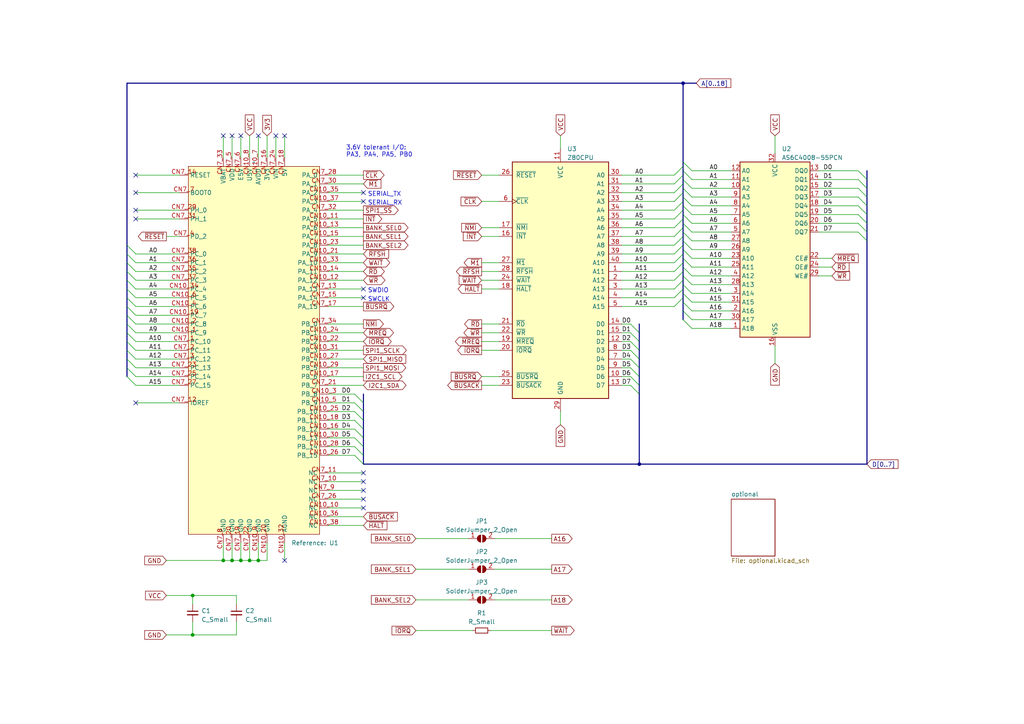
<source format=kicad_sch>
(kicad_sch (version 20230121) (generator eeschema)
  (paper "A4")
  (lib_symbols
    (symbol "CPU:Z80CPU" (pin_names (offset 1.016))
      (property "Reference" "U" (at -13.97 35.56 0))
      (property "Value" "Z80CPU" (at 6.35 35.56 0))
      (symbol "Z80CPU_0_1"
        (rectangle (start -13.97 34.29) (end 13.97 -34.29) (stroke (width 0.254)) (fill (type background)))
      )
      (symbol "Z80CPU_1_1"
        (pin output line (at 17.78 2.54 180) (length 3.81) (name "A11") (number "1"))
        (pin bidirectional line (at 17.78 -27.94 180) (length 3.81) (name "D6") (number "10"))
        (pin power_in line (at 0 38.1 270) (length 3.81) (name "VCC") (number "11"))
        (pin bidirectional line (at 17.78 -17.78 180) (length 3.81) (name "D2") (number "12"))
        (pin bidirectional line (at 17.78 -30.48 180) (length 3.81) (name "D7") (number "13"))
        (pin bidirectional line (at 17.78 -12.7 180) (length 3.81) (name "D0") (number "14"))
        (pin bidirectional line (at 17.78 -15.24 180) (length 3.81) (name "D1") (number "15"))
        (pin input line (at -17.78 12.7 0) (length 3.81) (name "~{INT}") (number "16"))
        (pin input line (at -17.78 15.24 0) (length 3.81) (name "~{NMI}") (number "17"))
        (pin output line (at -17.78 -2.54 0) (length 3.81) (name "~{HALT}") (number "18"))
        (pin output line (at -17.78 -17.78 0) (length 3.81) (name "~{MREQ}") (number "19"))
        (pin output line (at 17.78 0 180) (length 3.81) (name "A12") (number "2"))
        (pin output line (at -17.78 -20.32 0) (length 3.81) (name "~{IORQ}") (number "20"))
        (pin output line (at -17.78 -12.7 0) (length 3.81) (name "~{RD}") (number "21"))
        (pin output line (at -17.78 -15.24 0) (length 3.81) (name "~{WR}") (number "22"))
        (pin output line (at -17.78 -30.48 0) (length 3.81) (name "~{BUSACK}") (number "23"))
        (pin input line (at -17.78 0 0) (length 3.81) (name "~{WAIT}") (number "24"))
        (pin input line (at -17.78 -27.94 0) (length 3.81) (name "~{BUSRQ}") (number "25"))
        (pin input line (at -17.78 30.48 0) (length 3.81) (name "~{RESET}") (number "26"))
        (pin output line (at -17.78 5.08 0) (length 3.81) (name "~{M1}") (number "27"))
        (pin output line (at -17.78 2.54 0) (length 3.81) (name "~{RFSH}") (number "28"))
        (pin power_in line (at 0 -38.1 90) (length 3.81) (name "GND") (number "29"))
        (pin output line (at 17.78 -2.54 180) (length 3.81) (name "A13") (number "3"))
        (pin output line (at 17.78 30.48 180) (length 3.81) (name "A0") (number "30"))
        (pin output line (at 17.78 27.94 180) (length 3.81) (name "A1") (number "31"))
        (pin output line (at 17.78 25.4 180) (length 3.81) (name "A2") (number "32"))
        (pin output line (at 17.78 22.86 180) (length 3.81) (name "A3") (number "33"))
        (pin output line (at 17.78 20.32 180) (length 3.81) (name "A4") (number "34"))
        (pin output line (at 17.78 17.78 180) (length 3.81) (name "A5") (number "35"))
        (pin output line (at 17.78 15.24 180) (length 3.81) (name "A6") (number "36"))
        (pin output line (at 17.78 12.7 180) (length 3.81) (name "A7") (number "37"))
        (pin output line (at 17.78 10.16 180) (length 3.81) (name "A8") (number "38"))
        (pin output line (at 17.78 7.62 180) (length 3.81) (name "A9") (number "39"))
        (pin output line (at 17.78 -5.08 180) (length 3.81) (name "A14") (number "4"))
        (pin output line (at 17.78 5.08 180) (length 3.81) (name "A10") (number "40"))
        (pin output line (at 17.78 -7.62 180) (length 3.81) (name "A15") (number "5"))
        (pin input clock (at -17.78 22.86 0) (length 3.81) (name "~{CLK}") (number "6"))
        (pin bidirectional line (at 17.78 -22.86 180) (length 3.81) (name "D4") (number "7"))
        (pin bidirectional line (at 17.78 -20.32 180) (length 3.81) (name "D3") (number "8"))
        (pin bidirectional line (at 17.78 -25.4 180) (length 3.81) (name "D5") (number "9"))
      )
    )
    (symbol "Device:C_Small" (pin_numbers hide) (pin_names (offset 0.254) hide)
      (property "Reference" "C" (at 0.254 1.778 0))
      (property "Value" "C_Small" (at 0.254 -2.032 0))
      (symbol "C_Small_0_1"
        (polyline (pts (xy -1.524 -0.508) (xy 1.524 -0.508)) (stroke (width 0.3302)))
        (polyline (pts (xy -1.524 0.508) (xy 1.524 0.508)) (stroke (width 0.3048)))
      )
      (symbol "C_Small_1_1"
        (pin passive line (at 0 2.54 270) (length 2.032) (name "~") (number "1"))
        (pin passive line (at 0 -2.54 90) (length 2.032) (name "~") (number "2"))
      )
    )
    (symbol "Device:R_Small" (pin_numbers hide) (pin_names (offset 0.254) hide)
      (property "Reference" "R" (at 0.762 0.508 0))
      (property "Value" "R_Small" (at 0.762 -1.016 0))
      (symbol "R_Small_0_1"
        (rectangle (start -0.762 1.778) (end 0.762 -1.778) (stroke (width 0.2032)))
      )
      (symbol "R_Small_1_1"
        (pin passive line (at 0 2.54 270) (length 0.762) (name "~") (number "1"))
        (pin passive line (at 0 -2.54 90) (length 0.762) (name "~") (number "2"))
      )
    )
    (symbol "Jumper:SolderJumper_2_Open" (pin_names (offset 0) hide)
      (property "Reference" "JP" (at 0 2.032 0))
      (property "Value" "SolderJumper_2_Open" (at 0 -2.54 0))
      (symbol "SolderJumper_2_Open_0_1"
        (arc (start -0.254 1.016) (mid -1.2656 0) (end -0.254 -1.016))
        (arc (start -0.254 1.016) (mid -1.2656 0) (end -0.254 -1.016) (fill (type outline)))
        (polyline (pts (xy -0.254 1.016) (xy -0.254 -1.016)))
        (polyline (pts (xy 0.254 1.016) (xy 0.254 -1.016)))
        (arc (start 0.254 -1.016) (mid 1.2656 0) (end 0.254 1.016))
        (arc (start 0.254 -1.016) (mid 1.2656 0) (end 0.254 1.016) (fill (type outline)))
      )
      (symbol "SolderJumper_2_Open_1_1"
        (pin passive line (at -3.81 0 0) (length 2.54) (name "A") (number "1"))
        (pin passive line (at 3.81 0 180) (length 2.54) (name "B") (number "2"))
      )
    )
    (symbol "Memory_RAM:AS6C4008-55PCN"
      (property "Reference" "U" (at -10.16 26.035 0))
      (property "Value" "AS6C4008-55PCN" (at 2.54 26.035 0))
      (symbol "AS6C4008-55PCN_0_0"
        (pin power_in line (at 0 -27.94 90) (length 2.54) (name "VSS") (number "16"))
        (pin power_in line (at 0 27.94 270) (length 2.54) (name "VCC") (number "32"))
      )
      (symbol "AS6C4008-55PCN_0_1"
        (rectangle (start -10.16 25.4) (end 10.16 -25.4) (stroke (width 0.254)) (fill (type background)))
      )
      (symbol "AS6C4008-55PCN_1_1"
        (pin input line (at -12.7 -22.86 0) (length 2.54) (name "A18") (number "1"))
        (pin input line (at -12.7 17.78 0) (length 2.54) (name "A2") (number "10"))
        (pin input line (at -12.7 20.32 0) (length 2.54) (name "A1") (number "11"))
        (pin input line (at -12.7 22.86 0) (length 2.54) (name "A0") (number "12"))
        (pin tri_state line (at 12.7 22.86 180) (length 2.54) (name "DQ0") (number "13"))
        (pin tri_state line (at 12.7 20.32 180) (length 2.54) (name "DQ1") (number "14"))
        (pin tri_state line (at 12.7 17.78 180) (length 2.54) (name "DQ2") (number "15"))
        (pin tri_state line (at 12.7 15.24 180) (length 2.54) (name "DQ3") (number "17"))
        (pin tri_state line (at 12.7 12.7 180) (length 2.54) (name "DQ4") (number "18"))
        (pin tri_state line (at 12.7 10.16 180) (length 2.54) (name "DQ5") (number "19"))
        (pin input line (at -12.7 -17.78 0) (length 2.54) (name "A16") (number "2"))
        (pin tri_state line (at 12.7 7.62 180) (length 2.54) (name "DQ6") (number "20"))
        (pin tri_state line (at 12.7 5.08 180) (length 2.54) (name "DQ7") (number "21"))
        (pin input line (at 12.7 -2.54 180) (length 2.54) (name "CE#") (number "22"))
        (pin input line (at -12.7 -2.54 0) (length 2.54) (name "A10") (number "23"))
        (pin input line (at 12.7 -5.08 180) (length 2.54) (name "OE#") (number "24"))
        (pin input line (at -12.7 -5.08 0) (length 2.54) (name "A11") (number "25"))
        (pin input line (at -12.7 0 0) (length 2.54) (name "A9") (number "26"))
        (pin input line (at -12.7 2.54 0) (length 2.54) (name "A8") (number "27"))
        (pin input line (at -12.7 -10.16 0) (length 2.54) (name "A13") (number "28"))
        (pin input line (at 12.7 -7.62 180) (length 2.54) (name "WE#") (number "29"))
        (pin input line (at -12.7 -12.7 0) (length 2.54) (name "A14") (number "3"))
        (pin input line (at -12.7 -20.32 0) (length 2.54) (name "A17") (number "30"))
        (pin input line (at -12.7 -15.24 0) (length 2.54) (name "A15") (number "31"))
        (pin input line (at -12.7 -7.62 0) (length 2.54) (name "A12") (number "4"))
        (pin input line (at -12.7 5.08 0) (length 2.54) (name "A7") (number "5"))
        (pin input line (at -12.7 7.62 0) (length 2.54) (name "A6") (number "6"))
        (pin input line (at -12.7 10.16 0) (length 2.54) (name "A5") (number "7"))
        (pin input line (at -12.7 12.7 0) (length 2.54) (name "A4") (number "8"))
        (pin input line (at -12.7 15.24 0) (length 2.54) (name "A3") (number "9"))
      )
    )
    (symbol "mylib:NUCLEO-L476RG"
      (property "Reference" "U" (at 11.43 -110.49 0) (show_name))
      (symbol "NUCLEO-L476RG_0_1"
        (rectangle (start -19.05 -1.27) (end 19.05 -107.95) (fill (type background)))
      )
      (symbol "NUCLEO-L476RG_1_0"
        (pin passive line (at 21.59 -100.33 180) (length 2.54) (name "NC") (number "CN10_10"))
        (pin bidirectional line (at 21.59 -16.51 180) (length 2.54) (name "PA_5") (number "CN10_11"))
        (pin bidirectional line (at 21.59 -34.29 180) (length 2.54) (name "PA_12") (number "CN10_12"))
        (pin bidirectional line (at 21.59 -19.05 180) (length 2.54) (name "PA_6") (number "CN10_13"))
        (pin bidirectional line (at 21.59 -31.75 180) (length 2.54) (name "PA_11") (number "CN10_14"))
        (pin bidirectional line (at 21.59 -21.59 180) (length 2.54) (name "PA_7") (number "CN10_15"))
        (pin bidirectional line (at 21.59 -77.47 180) (length 2.54) (name "PB_12") (number "CN10_16"))
        (pin bidirectional line (at 21.59 -62.23 180) (length 2.54) (name "PB_6") (number "CN10_17"))
        (pin bidirectional line (at 21.59 -74.93 180) (length 2.54) (name "PB_11") (number "CN10_18"))
        (pin bidirectional line (at -21.59 -44.45 0) (length 2.54) (name "PC_7") (number "CN10_19"))
        (pin passive line (at 3.81 -110.49 90) (length 2.54) (name "GND") (number "CN10_20"))
        (pin bidirectional line (at 21.59 -26.67 180) (length 2.54) (name "PA_9") (number "CN10_21"))
        (pin bidirectional line (at 21.59 -52.07 180) (length 2.54) (name "PB_2") (number "CN10_22"))
        (pin bidirectional line (at 21.59 -24.13 180) (length 2.54) (name "PA_8") (number "CN10_23"))
        (pin bidirectional line (at 21.59 -49.53 180) (length 2.54) (name "PB_1") (number "CN10_24"))
        (pin bidirectional line (at 21.59 -72.39 180) (length 2.54) (name "PB_10") (number "CN10_25"))
        (pin bidirectional line (at 21.59 -85.09 180) (length 2.54) (name "PB_15") (number "CN10_26"))
        (pin bidirectional line (at 21.59 -57.15 180) (length 2.54) (name "PB_4") (number "CN10_27"))
        (pin bidirectional line (at 21.59 -82.55 180) (length 2.54) (name "PB_14") (number "CN10_28"))
        (pin bidirectional line (at 21.59 -59.69 180) (length 2.54) (name "PB_5") (number "CN10_29"))
        (pin bidirectional line (at 21.59 -80.01 180) (length 2.54) (name "PB_13") (number "CN10_30"))
        (pin bidirectional line (at 21.59 -54.61 180) (length 2.54) (name "PB_3") (number "CN10_31"))
        (pin power_out line (at 8.89 -110.49 90) (length 2.54) (name "AGND") (number "CN10_32"))
        (pin bidirectional line (at 21.59 -29.21 180) (length 2.54) (name "PA_10") (number "CN10_33"))
        (pin bidirectional line (at -21.59 -36.83 0) (length 2.54) (name "PC_4") (number "CN10_34"))
        (pin bidirectional line (at 21.59 -8.89 180) (length 2.54) (name "PA_2") (number "CN10_35"))
        (pin passive line (at 21.59 -102.87 180) (length 2.54) (name "NC") (number "CN10_36"))
        (pin bidirectional line (at 21.59 -11.43 180) (length 2.54) (name "PA_3") (number "CN10_37"))
        (pin passive line (at 21.59 -105.41 180) (length 2.54) (name "NC") (number "CN10_38"))
        (pin bidirectional line (at -21.59 -41.91 0) (length 2.54) (name "PC_6") (number "CN10_4"))
        (pin bidirectional line (at 21.59 -69.85 180) (length 2.54) (name "PB_9") (number "CN10_5"))
        (pin bidirectional line (at -21.59 -39.37 0) (length 2.54) (name "PC_5") (number "CN10_6"))
        (pin power_out line (at 1.27 1.27 270) (length 2.54) (name "AVDD") (number "CN10_7"))
        (pin power_out line (at -1.27 1.27 270) (length 2.54) (name "U5V") (number "CN10_8"))
        (pin passive line (at 1.27 -110.49 90) (length 2.54) (name "GND") (number "CN10_9"))
      )
      (symbol "NUCLEO-L476RG_1_1"
        (pin bidirectional line (at -21.59 -49.53 0) (length 2.54) (name "PC_9") (number "CN10_1"))
        (pin bidirectional line (at -21.59 -46.99 0) (length 2.54) (name "PC_8") (number "CN10_2"))
        (pin bidirectional line (at 21.59 -67.31 180) (length 2.54) (name "PB_8") (number "CN10_3"))
        (pin bidirectional line (at -21.59 -52.07 0) (length 2.54) (name "PC_10") (number "CN7_1"))
        (pin passive line (at 21.59 -92.71 180) (length 2.54) (name "NC") (number "CN7_10"))
        (pin passive line (at 21.59 -90.17 180) (length 2.54) (name "NC") (number "CN7_11"))
        (pin bidirectional line (at -21.59 -69.85 0) (length 2.54) (name "IOREF") (number "CN7_12"))
        (pin bidirectional line (at 21.59 -36.83 180) (length 2.54) (name "PA_13") (number "CN7_13"))
        (pin bidirectional line (at -21.59 -3.81 0) (length 2.54) (name "RESET") (number "CN7_14"))
        (pin bidirectional line (at 21.59 -39.37 180) (length 2.54) (name "PA_14") (number "CN7_15"))
        (pin power_out line (at 3.81 1.27 270) (length 2.54) (name "3V3") (number "CN7_16"))
        (pin bidirectional line (at 21.59 -41.91 180) (length 2.54) (name "PA_15") (number "CN7_17"))
        (pin power_out line (at 8.89 1.27 270) (length 2.54) (name "5V") (number "CN7_18"))
        (pin passive line (at -3.81 -110.49 90) (length 2.54) (name "GND") (number "CN7_19"))
        (pin bidirectional line (at -21.59 -54.61 0) (length 2.54) (name "PC_11") (number "CN7_2"))
        (pin passive line (at -6.35 -110.49 90) (length 2.54) (name "GND") (number "CN7_20"))
        (pin bidirectional line (at 21.59 -64.77 180) (length 2.54) (name "PB_7") (number "CN7_21"))
        (pin passive line (at -1.27 -110.49 90) (length 2.54) (name "GND") (number "CN7_22"))
        (pin bidirectional line (at -21.59 -59.69 0) (length 2.54) (name "PC_13") (number "CN7_23"))
        (pin power_out line (at 6.35 1.27 270) (length 2.54) (name "VIN") (number "CN7_24"))
        (pin bidirectional line (at -21.59 -62.23 0) (length 2.54) (name "PC_14") (number "CN7_25"))
        (pin passive line (at 21.59 -97.79 180) (length 2.54) (name "NC") (number "CN7_26"))
        (pin bidirectional line (at -21.59 -64.77 0) (length 2.54) (name "PC_15") (number "CN7_27"))
        (pin bidirectional line (at 21.59 -3.81 180) (length 2.54) (name "PA_0") (number "CN7_28"))
        (pin bidirectional line (at -21.59 -13.97 0) (length 2.54) (name "PH_0") (number "CN7_29"))
        (pin bidirectional line (at -21.59 -57.15 0) (length 2.54) (name "PC_12") (number "CN7_3"))
        (pin bidirectional line (at 21.59 -6.35 180) (length 2.54) (name "PA_1") (number "CN7_30"))
        (pin bidirectional line (at -21.59 -16.51 0) (length 2.54) (name "PH_1") (number "CN7_31"))
        (pin bidirectional line (at 21.59 -13.97 180) (length 2.54) (name "PA_4") (number "CN7_32"))
        (pin power_out line (at -8.89 1.27 270) (length 2.54) (name "VBAT") (number "CN7_33"))
        (pin bidirectional line (at 21.59 -46.99 180) (length 2.54) (name "PB_0") (number "CN7_34"))
        (pin bidirectional line (at -21.59 -31.75 0) (length 2.54) (name "PC_2") (number "CN7_35"))
        (pin bidirectional line (at -21.59 -29.21 0) (length 2.54) (name "PC_1") (number "CN7_36"))
        (pin bidirectional line (at -21.59 -34.29 0) (length 2.54) (name "PC_3") (number "CN7_37"))
        (pin bidirectional line (at -21.59 -26.67 0) (length 2.54) (name "PC_0") (number "CN7_38"))
        (pin bidirectional line (at -21.59 -21.59 0) (length 2.54) (name "PD_2") (number "CN7_4"))
        (pin power_out line (at -6.35 1.27 270) (length 2.54) (name "VDD") (number "CN7_5"))
        (pin power_out line (at -3.81 1.27 270) (length 2.54) (name "E5V") (number "CN7_6"))
        (pin bidirectional line (at -21.59 -8.89 0) (length 2.54) (name "BOOT0") (number "CN7_7"))
        (pin power_out line (at -8.89 -110.49 90) (length 2.54) (name "GND") (number "CN7_8"))
        (pin passive line (at 21.59 -95.25 180) (length 2.54) (name "NC") (number "CN7_9"))
      )
    )
  )
  (junction (at 69.85 162.56))
  (junction (at 55.88 172.72))
  (junction (at 185.42 134.62))
  (junction (at 74.93 162.56))
  (junction (at 198.12 24.13))
  (junction (at 55.88 184.15))
  (junction (at 72.39 162.56))
  (junction (at 64.77 162.56))
  (junction (at 67.31 162.56))
  (no_connect (at 105.41 83.82))
  (no_connect (at 39.37 116.84))
  (no_connect (at 39.37 50.8))
  (no_connect (at 82.55 39.37))
  (no_connect (at 39.37 60.96))
  (no_connect (at 105.41 147.32))
  (no_connect (at 67.31 39.37))
  (no_connect (at 64.77 39.37))
  (no_connect (at 105.41 144.78))
  (no_connect (at 74.93 39.37))
  (no_connect (at 39.37 63.5))
  (no_connect (at 105.41 55.88))
  (no_connect (at 39.37 55.88))
  (no_connect (at 105.41 137.16))
  (no_connect (at 69.85 39.37))
  (no_connect (at 105.41 86.36))
  (no_connect (at 105.41 139.7))
  (no_connect (at 80.01 39.37))
  (no_connect (at 105.41 58.42))
  (no_connect (at 82.55 162.56))
  (no_connect (at 105.41 142.24))
  (bus_entry (at 105.41 119.38) (size -2.54 -2.54))
  (bus_entry (at 36.83 88.9) (size 2.54 2.54))
  (bus_entry (at 36.83 83.82) (size 2.54 2.54))
  (bus_entry (at 248.92 54.61) (size 2.54 2.54))
  (bus_entry (at 198.12 87.63) (size 2.54 2.54))
  (bus_entry (at 195.58 71.12) (size 2.54 -2.54))
  (bus_entry (at 105.41 124.46) (size -2.54 -2.54))
  (bus_entry (at 198.12 82.55) (size 2.54 2.54))
  (bus_entry (at 105.41 121.92) (size -2.54 -2.54))
  (bus_entry (at 248.92 62.23) (size 2.54 2.54))
  (bus_entry (at 248.92 57.15) (size 2.54 2.54))
  (bus_entry (at 105.41 134.62) (size -2.54 -2.54))
  (bus_entry (at 198.12 52.07) (size 2.54 2.54))
  (bus_entry (at 195.58 76.2) (size 2.54 -2.54))
  (bus_entry (at 195.58 66.04) (size 2.54 -2.54))
  (bus_entry (at 195.58 68.58) (size 2.54 -2.54))
  (bus_entry (at 248.92 64.77) (size 2.54 2.54))
  (bus_entry (at 182.88 101.6) (size 2.54 2.54))
  (bus_entry (at 105.41 129.54) (size -2.54 -2.54))
  (bus_entry (at 198.12 57.15) (size 2.54 2.54))
  (bus_entry (at 198.12 49.53) (size 2.54 2.54))
  (bus_entry (at 182.88 96.52) (size 2.54 2.54))
  (bus_entry (at 36.83 86.36) (size 2.54 2.54))
  (bus_entry (at 36.83 76.2) (size 2.54 2.54))
  (bus_entry (at 198.12 46.99) (size 2.54 2.54))
  (bus_entry (at 182.88 99.06) (size 2.54 2.54))
  (bus_entry (at 248.92 49.53) (size 2.54 2.54))
  (bus_entry (at 182.88 104.14) (size 2.54 2.54))
  (bus_entry (at 182.88 93.98) (size 2.54 2.54))
  (bus_entry (at 198.12 92.71) (size 2.54 2.54))
  (bus_entry (at 195.58 86.36) (size 2.54 -2.54))
  (bus_entry (at 198.12 74.93) (size 2.54 2.54))
  (bus_entry (at 198.12 69.85) (size 2.54 2.54))
  (bus_entry (at 195.58 50.8) (size 2.54 -2.54))
  (bus_entry (at 182.88 106.68) (size 2.54 2.54))
  (bus_entry (at 36.83 109.22) (size 2.54 2.54))
  (bus_entry (at 198.12 72.39) (size 2.54 2.54))
  (bus_entry (at 105.41 127) (size -2.54 -2.54))
  (bus_entry (at 198.12 85.09) (size 2.54 2.54))
  (bus_entry (at 36.83 99.06) (size 2.54 2.54))
  (bus_entry (at 198.12 64.77) (size 2.54 2.54))
  (bus_entry (at 36.83 73.66) (size 2.54 2.54))
  (bus_entry (at 36.83 106.68) (size 2.54 2.54))
  (bus_entry (at 36.83 71.12) (size 2.54 2.54))
  (bus_entry (at 182.88 109.22) (size 2.54 2.54))
  (bus_entry (at 198.12 67.31) (size 2.54 2.54))
  (bus_entry (at 195.58 53.34) (size 2.54 -2.54))
  (bus_entry (at 36.83 96.52) (size 2.54 2.54))
  (bus_entry (at 198.12 77.47) (size 2.54 2.54))
  (bus_entry (at 198.12 80.01) (size 2.54 2.54))
  (bus_entry (at 198.12 62.23) (size 2.54 2.54))
  (bus_entry (at 195.58 63.5) (size 2.54 -2.54))
  (bus_entry (at 195.58 88.9) (size 2.54 -2.54))
  (bus_entry (at 36.83 91.44) (size 2.54 2.54))
  (bus_entry (at 36.83 78.74) (size 2.54 2.54))
  (bus_entry (at 195.58 81.28) (size 2.54 -2.54))
  (bus_entry (at 105.41 116.84) (size -2.54 -2.54))
  (bus_entry (at 36.83 104.14) (size 2.54 2.54))
  (bus_entry (at 198.12 59.69) (size 2.54 2.54))
  (bus_entry (at 195.58 58.42) (size 2.54 -2.54))
  (bus_entry (at 248.92 52.07) (size 2.54 2.54))
  (bus_entry (at 105.41 132.08) (size -2.54 -2.54))
  (bus_entry (at 36.83 101.6) (size 2.54 2.54))
  (bus_entry (at 195.58 60.96) (size 2.54 -2.54))
  (bus_entry (at 198.12 54.61) (size 2.54 2.54))
  (bus_entry (at 36.83 81.28) (size 2.54 2.54))
  (bus_entry (at 36.83 93.98) (size 2.54 2.54))
  (bus_entry (at 195.58 78.74) (size 2.54 -2.54))
  (bus_entry (at 182.88 111.76) (size 2.54 2.54))
  (bus_entry (at 195.58 55.88) (size 2.54 -2.54))
  (bus_entry (at 198.12 90.17) (size 2.54 2.54))
  (bus_entry (at 248.92 59.69) (size 2.54 2.54))
  (bus_entry (at 248.92 67.31) (size 2.54 2.54))
  (bus_entry (at 195.58 73.66) (size 2.54 -2.54))
  (bus_entry (at 195.58 83.82) (size 2.54 -2.54))
  (wire (pts (xy 67.31 162.56) (xy 69.85 162.56)))
  (bus (pts (xy 251.46 54.61) (xy 251.46 57.15)))
  (bus (pts (xy 198.12 24.13) (xy 201.93 24.13)))
  (wire (pts (xy 237.49 67.31) (xy 248.92 67.31)))
  (wire (pts (xy 200.66 69.85) (xy 212.09 69.85)))
  (wire (pts (xy 39.37 76.2) (xy 52.07 76.2)))
  (bus (pts (xy 251.46 52.07) (xy 251.46 54.61)))
  (wire (pts (xy 95.25 111.76) (xy 105.41 111.76)))
  (bus (pts (xy 251.46 59.69) (xy 251.46 62.23)))
  (bus (pts (xy 198.12 50.8) (xy 198.12 49.53)))
  (wire (pts (xy 39.37 109.22) (xy 52.07 109.22)))
  (wire (pts (xy 64.77 157.48) (xy 64.77 162.56)))
  (bus (pts (xy 198.12 59.69) (xy 198.12 58.42)))
  (wire (pts (xy 180.34 104.14) (xy 182.88 104.14)))
  (bus (pts (xy 198.12 80.01) (xy 198.12 78.74)))
  (wire (pts (xy 95.25 116.84) (xy 102.87 116.84)))
  (wire (pts (xy 180.34 78.74) (xy 195.58 78.74)))
  (wire (pts (xy 48.26 68.58) (xy 52.07 68.58)))
  (bus (pts (xy 198.12 69.85) (xy 198.12 68.58)))
  (bus (pts (xy 198.12 54.61) (xy 198.12 53.34)))
  (wire (pts (xy 237.49 49.53) (xy 248.92 49.53)))
  (wire (pts (xy 95.25 60.96) (xy 105.41 60.96)))
  (bus (pts (xy 185.42 109.22) (xy 185.42 111.76)))
  (bus (pts (xy 198.12 64.77) (xy 198.12 63.5)))
  (bus (pts (xy 185.42 93.98) (xy 185.42 96.52)))
  (wire (pts (xy 180.34 106.68) (xy 182.88 106.68)))
  (wire (pts (xy 95.25 104.14) (xy 105.41 104.14)))
  (wire (pts (xy 180.34 50.8) (xy 195.58 50.8)))
  (wire (pts (xy 200.66 54.61) (xy 212.09 54.61)))
  (wire (pts (xy 95.25 129.54) (xy 102.87 129.54)))
  (wire (pts (xy 139.7 111.76) (xy 144.78 111.76)))
  (wire (pts (xy 74.93 157.48) (xy 74.93 162.56)))
  (wire (pts (xy 55.88 180.34) (xy 55.88 184.15)))
  (wire (pts (xy 224.79 39.37) (xy 224.79 44.45)))
  (bus (pts (xy 198.12 86.36) (xy 198.12 85.09)))
  (wire (pts (xy 95.25 55.88) (xy 105.41 55.88)))
  (bus (pts (xy 198.12 48.26) (xy 198.12 46.99)))
  (bus (pts (xy 36.83 96.52) (xy 36.83 99.06)))
  (bus (pts (xy 185.42 106.68) (xy 185.42 109.22)))
  (bus (pts (xy 198.12 67.31) (xy 198.12 66.04)))
  (wire (pts (xy 95.25 83.82) (xy 105.41 83.82)))
  (wire (pts (xy 180.34 109.22) (xy 182.88 109.22)))
  (wire (pts (xy 200.66 92.71) (xy 212.09 92.71)))
  (bus (pts (xy 185.42 114.3) (xy 185.42 134.62)))
  (bus (pts (xy 198.12 76.2) (xy 198.12 74.93)))
  (bus (pts (xy 105.41 119.38) (xy 105.41 121.92)))
  (bus (pts (xy 198.12 53.34) (xy 198.12 52.07)))
  (wire (pts (xy 180.34 93.98) (xy 182.88 93.98)))
  (wire (pts (xy 200.66 62.23) (xy 212.09 62.23)))
  (bus (pts (xy 36.83 104.14) (xy 36.83 106.68)))
  (wire (pts (xy 139.7 58.42) (xy 144.78 58.42)))
  (wire (pts (xy 180.34 81.28) (xy 195.58 81.28)))
  (wire (pts (xy 142.24 182.88) (xy 160.02 182.88)))
  (bus (pts (xy 251.46 57.15) (xy 251.46 59.69)))
  (wire (pts (xy 95.25 88.9) (xy 105.41 88.9)))
  (wire (pts (xy 180.34 86.36) (xy 195.58 86.36)))
  (wire (pts (xy 105.41 142.24) (xy 95.25 142.24)))
  (wire (pts (xy 39.37 116.84) (xy 52.07 116.84)))
  (wire (pts (xy 105.41 139.7) (xy 95.25 139.7)))
  (wire (pts (xy 48.26 184.15) (xy 55.88 184.15)))
  (bus (pts (xy 198.12 90.17) (xy 198.12 87.63)))
  (wire (pts (xy 80.01 39.37) (xy 80.01 45.72)))
  (bus (pts (xy 251.46 49.53) (xy 251.46 52.07)))
  (bus (pts (xy 198.12 87.63) (xy 198.12 86.36)))
  (wire (pts (xy 180.34 63.5) (xy 195.58 63.5)))
  (wire (pts (xy 180.34 83.82) (xy 195.58 83.82)))
  (wire (pts (xy 180.34 76.2) (xy 195.58 76.2)))
  (wire (pts (xy 67.31 157.48) (xy 67.31 162.56)))
  (bus (pts (xy 198.12 92.71) (xy 198.12 90.17)))
  (wire (pts (xy 200.66 67.31) (xy 212.09 67.31)))
  (wire (pts (xy 95.25 132.08) (xy 102.87 132.08)))
  (wire (pts (xy 237.49 74.93) (xy 241.3 74.93)))
  (wire (pts (xy 39.37 63.5) (xy 52.07 63.5)))
  (wire (pts (xy 95.25 68.58) (xy 105.41 68.58)))
  (bus (pts (xy 198.12 85.09) (xy 198.12 83.82)))
  (wire (pts (xy 69.85 157.48) (xy 69.85 162.56)))
  (wire (pts (xy 39.37 83.82) (xy 52.07 83.82)))
  (bus (pts (xy 105.41 129.54) (xy 105.41 132.08)))
  (bus (pts (xy 185.42 96.52) (xy 185.42 99.06)))
  (wire (pts (xy 162.56 119.38) (xy 162.56 123.19)))
  (bus (pts (xy 36.83 83.82) (xy 36.83 86.36)))
  (wire (pts (xy 105.41 149.86) (xy 95.25 149.86)))
  (wire (pts (xy 200.66 74.93) (xy 212.09 74.93)))
  (wire (pts (xy 48.26 162.56) (xy 64.77 162.56)))
  (wire (pts (xy 180.34 111.76) (xy 182.88 111.76)))
  (bus (pts (xy 185.42 134.62) (xy 251.46 134.62)))
  (wire (pts (xy 48.26 172.72) (xy 55.88 172.72)))
  (bus (pts (xy 198.12 60.96) (xy 198.12 59.69)))
  (wire (pts (xy 39.37 101.6) (xy 52.07 101.6)))
  (bus (pts (xy 105.41 127) (xy 105.41 129.54)))
  (wire (pts (xy 180.34 99.06) (xy 182.88 99.06)))
  (bus (pts (xy 36.83 91.44) (xy 36.83 93.98)))
  (wire (pts (xy 162.56 39.37) (xy 162.56 43.18)))
  (wire (pts (xy 139.7 68.58) (xy 144.78 68.58)))
  (bus (pts (xy 198.12 66.04) (xy 198.12 64.77)))
  (wire (pts (xy 95.25 58.42) (xy 105.41 58.42)))
  (wire (pts (xy 237.49 64.77) (xy 248.92 64.77)))
  (bus (pts (xy 185.42 101.6) (xy 185.42 104.14)))
  (wire (pts (xy 200.66 57.15) (xy 212.09 57.15)))
  (wire (pts (xy 77.47 162.56) (xy 77.47 157.48)))
  (wire (pts (xy 180.34 96.52) (xy 182.88 96.52)))
  (wire (pts (xy 237.49 62.23) (xy 248.92 62.23)))
  (bus (pts (xy 36.83 78.74) (xy 36.83 81.28)))
  (wire (pts (xy 200.66 87.63) (xy 212.09 87.63)))
  (wire (pts (xy 95.25 124.46) (xy 102.87 124.46)))
  (wire (pts (xy 200.66 77.47) (xy 212.09 77.47)))
  (bus (pts (xy 198.12 82.55) (xy 198.12 81.28)))
  (wire (pts (xy 95.25 71.12) (xy 105.41 71.12)))
  (wire (pts (xy 237.49 57.15) (xy 248.92 57.15)))
  (wire (pts (xy 39.37 106.68) (xy 52.07 106.68)))
  (wire (pts (xy 95.25 81.28) (xy 105.41 81.28)))
  (wire (pts (xy 82.55 157.48) (xy 82.55 162.56)))
  (wire (pts (xy 180.34 101.6) (xy 182.88 101.6)))
  (wire (pts (xy 95.25 114.3) (xy 102.87 114.3)))
  (wire (pts (xy 95.25 109.22) (xy 105.41 109.22)))
  (wire (pts (xy 139.7 81.28) (xy 144.78 81.28)))
  (wire (pts (xy 105.41 147.32) (xy 95.25 147.32)))
  (wire (pts (xy 72.39 157.48) (xy 72.39 162.56)))
  (wire (pts (xy 237.49 80.01) (xy 241.3 80.01)))
  (bus (pts (xy 198.12 68.58) (xy 198.12 67.31)))
  (wire (pts (xy 55.88 172.72) (xy 55.88 175.26)))
  (wire (pts (xy 139.7 66.04) (xy 144.78 66.04)))
  (wire (pts (xy 180.34 66.04) (xy 195.58 66.04)))
  (wire (pts (xy 68.58 172.72) (xy 68.58 175.26)))
  (wire (pts (xy 39.37 93.98) (xy 52.07 93.98)))
  (wire (pts (xy 68.58 184.15) (xy 68.58 180.34)))
  (wire (pts (xy 95.25 76.2) (xy 105.41 76.2)))
  (wire (pts (xy 95.25 86.36) (xy 105.41 86.36)))
  (wire (pts (xy 55.88 184.15) (xy 68.58 184.15)))
  (wire (pts (xy 139.7 93.98) (xy 144.78 93.98)))
  (wire (pts (xy 39.37 55.88) (xy 52.07 55.88)))
  (bus (pts (xy 36.83 73.66) (xy 36.83 76.2)))
  (bus (pts (xy 36.83 86.36) (xy 36.83 88.9)))
  (bus (pts (xy 198.12 72.39) (xy 198.12 71.12)))
  (bus (pts (xy 105.41 121.92) (xy 105.41 124.46)))
  (wire (pts (xy 69.85 39.37) (xy 69.85 45.72)))
  (wire (pts (xy 74.93 39.37) (xy 74.93 45.72)))
  (wire (pts (xy 160.02 156.21) (xy 143.51 156.21)))
  (wire (pts (xy 39.37 60.96) (xy 52.07 60.96)))
  (wire (pts (xy 200.66 80.01) (xy 212.09 80.01)))
  (wire (pts (xy 105.41 152.4) (xy 95.25 152.4)))
  (wire (pts (xy 180.34 58.42) (xy 195.58 58.42)))
  (bus (pts (xy 105.41 116.84) (xy 105.41 119.38)))
  (wire (pts (xy 95.25 50.8) (xy 105.41 50.8)))
  (bus (pts (xy 198.12 57.15) (xy 198.12 55.88)))
  (wire (pts (xy 95.25 121.92) (xy 102.87 121.92)))
  (wire (pts (xy 200.66 90.17) (xy 212.09 90.17)))
  (wire (pts (xy 95.25 93.98) (xy 105.41 93.98)))
  (wire (pts (xy 105.41 144.78) (xy 95.25 144.78)))
  (bus (pts (xy 251.46 67.31) (xy 251.46 69.85)))
  (wire (pts (xy 160.02 173.99) (xy 143.51 173.99)))
  (wire (pts (xy 95.25 101.6) (xy 105.41 101.6)))
  (wire (pts (xy 77.47 39.37) (xy 77.47 45.72)))
  (bus (pts (xy 36.83 101.6) (xy 36.83 104.14)))
  (wire (pts (xy 180.34 71.12) (xy 195.58 71.12)))
  (bus (pts (xy 185.42 104.14) (xy 185.42 106.68)))
  (wire (pts (xy 200.66 82.55) (xy 212.09 82.55)))
  (wire (pts (xy 180.34 53.34) (xy 195.58 53.34)))
  (wire (pts (xy 139.7 109.22) (xy 144.78 109.22)))
  (wire (pts (xy 160.02 165.1) (xy 143.51 165.1)))
  (wire (pts (xy 95.25 73.66) (xy 105.41 73.66)))
  (wire (pts (xy 139.7 50.8) (xy 144.78 50.8)))
  (wire (pts (xy 95.25 63.5) (xy 105.41 63.5)))
  (wire (pts (xy 72.39 162.56) (xy 74.93 162.56)))
  (wire (pts (xy 95.25 96.52) (xy 105.41 96.52)))
  (wire (pts (xy 120.65 156.21) (xy 135.89 156.21)))
  (bus (pts (xy 105.41 114.3) (xy 105.41 116.84)))
  (bus (pts (xy 198.12 62.23) (xy 198.12 60.96)))
  (wire (pts (xy 139.7 96.52) (xy 144.78 96.52)))
  (wire (pts (xy 237.49 54.61) (xy 248.92 54.61)))
  (wire (pts (xy 64.77 39.37) (xy 64.77 45.72)))
  (wire (pts (xy 39.37 73.66) (xy 52.07 73.66)))
  (wire (pts (xy 39.37 104.14) (xy 52.07 104.14)))
  (wire (pts (xy 180.34 88.9) (xy 195.58 88.9)))
  (bus (pts (xy 198.12 83.82) (xy 198.12 82.55)))
  (bus (pts (xy 198.12 74.93) (xy 198.12 73.66)))
  (bus (pts (xy 251.46 64.77) (xy 251.46 67.31)))
  (wire (pts (xy 120.65 173.99) (xy 135.89 173.99)))
  (wire (pts (xy 55.88 172.72) (xy 68.58 172.72)))
  (wire (pts (xy 67.31 39.37) (xy 67.31 45.72)))
  (bus (pts (xy 105.41 132.08) (xy 105.41 134.62)))
  (wire (pts (xy 39.37 88.9) (xy 52.07 88.9)))
  (wire (pts (xy 120.65 182.88) (xy 137.16 182.88)))
  (bus (pts (xy 36.83 24.13) (xy 36.83 71.12)))
  (wire (pts (xy 120.65 165.1) (xy 135.89 165.1)))
  (bus (pts (xy 198.12 81.28) (xy 198.12 80.01)))
  (wire (pts (xy 95.25 127) (xy 102.87 127)))
  (wire (pts (xy 139.7 76.2) (xy 144.78 76.2)))
  (bus (pts (xy 198.12 77.47) (xy 198.12 76.2)))
  (wire (pts (xy 200.66 52.07) (xy 212.09 52.07)))
  (bus (pts (xy 36.83 81.28) (xy 36.83 83.82)))
  (wire (pts (xy 237.49 52.07) (xy 248.92 52.07)))
  (bus (pts (xy 185.42 111.76) (xy 185.42 114.3)))
  (bus (pts (xy 198.12 73.66) (xy 198.12 72.39)))
  (bus (pts (xy 198.12 46.99) (xy 198.12 24.13)))
  (wire (pts (xy 95.25 119.38) (xy 102.87 119.38)))
  (wire (pts (xy 39.37 91.44) (xy 52.07 91.44)))
  (wire (pts (xy 39.37 86.36) (xy 52.07 86.36)))
  (wire (pts (xy 139.7 101.6) (xy 144.78 101.6)))
  (bus (pts (xy 198.12 55.88) (xy 198.12 54.61)))
  (bus (pts (xy 36.83 88.9) (xy 36.83 91.44)))
  (bus (pts (xy 198.12 58.42) (xy 198.12 57.15)))
  (wire (pts (xy 180.34 55.88) (xy 195.58 55.88)))
  (wire (pts (xy 200.66 49.53) (xy 212.09 49.53)))
  (wire (pts (xy 74.93 162.56) (xy 77.47 162.56)))
  (wire (pts (xy 95.25 106.68) (xy 105.41 106.68)))
  (wire (pts (xy 39.37 99.06) (xy 52.07 99.06)))
  (wire (pts (xy 200.66 95.25) (xy 212.09 95.25)))
  (wire (pts (xy 180.34 60.96) (xy 195.58 60.96)))
  (bus (pts (xy 105.41 124.46) (xy 105.41 127)))
  (wire (pts (xy 200.66 85.09) (xy 212.09 85.09)))
  (wire (pts (xy 200.66 59.69) (xy 212.09 59.69)))
  (bus (pts (xy 198.12 63.5) (xy 198.12 62.23)))
  (wire (pts (xy 39.37 111.76) (xy 52.07 111.76)))
  (wire (pts (xy 139.7 78.74) (xy 144.78 78.74)))
  (wire (pts (xy 82.55 39.37) (xy 82.55 45.72)))
  (bus (pts (xy 105.41 134.62) (xy 185.42 134.62)))
  (wire (pts (xy 200.66 72.39) (xy 212.09 72.39)))
  (wire (pts (xy 95.25 99.06) (xy 105.41 99.06)))
  (bus (pts (xy 198.12 24.13) (xy 36.83 24.13)))
  (wire (pts (xy 139.7 99.06) (xy 144.78 99.06)))
  (bus (pts (xy 251.46 62.23) (xy 251.46 64.77)))
  (wire (pts (xy 95.25 53.34) (xy 105.41 53.34)))
  (bus (pts (xy 198.12 52.07) (xy 198.12 50.8)))
  (bus (pts (xy 36.83 93.98) (xy 36.83 96.52)))
  (wire (pts (xy 139.7 83.82) (xy 144.78 83.82)))
  (wire (pts (xy 200.66 64.77) (xy 212.09 64.77)))
  (wire (pts (xy 69.85 162.56) (xy 72.39 162.56)))
  (wire (pts (xy 180.34 73.66) (xy 195.58 73.66)))
  (bus (pts (xy 198.12 71.12) (xy 198.12 69.85)))
  (bus (pts (xy 36.83 71.12) (xy 36.83 73.66)))
  (bus (pts (xy 36.83 106.68) (xy 36.83 109.22)))
  (bus (pts (xy 36.83 99.06) (xy 36.83 101.6)))
  (bus (pts (xy 36.83 76.2) (xy 36.83 78.74)))
  (bus (pts (xy 251.46 69.85) (xy 251.46 134.62)))
  (wire (pts (xy 95.25 66.04) (xy 105.41 66.04)))
  (wire (pts (xy 180.34 68.58) (xy 195.58 68.58)))
  (wire (pts (xy 72.39 39.37) (xy 72.39 45.72)))
  (bus (pts (xy 198.12 78.74) (xy 198.12 77.47)))
  (wire (pts (xy 237.49 77.47) (xy 241.3 77.47)))
  (wire (pts (xy 105.41 137.16) (xy 95.25 137.16)))
  (wire (pts (xy 95.25 78.74) (xy 105.41 78.74)))
  (wire (pts (xy 64.77 162.56) (xy 67.31 162.56)))
  (wire (pts (xy 237.49 59.69) (xy 248.92 59.69)))
  (wire (pts (xy 39.37 96.52) (xy 52.07 96.52)))
  (wire (pts (xy 39.37 78.74) (xy 52.07 78.74)))
  (bus (pts (xy 198.12 49.53) (xy 198.12 48.26)))
  (bus (pts (xy 185.42 99.06) (xy 185.42 101.6)))
  (wire (pts (xy 39.37 50.8) (xy 52.07 50.8)))
  (wire (pts (xy 224.79 100.33) (xy 224.79 105.41)))
  (wire (pts (xy 39.37 81.28) (xy 52.07 81.28)))
  (text "SWDIO" (at 106.68 85.09 0) (effects (font (size 1.27 1.27)) (justify left bottom)))
  (text "SERIAL_RX" (at 106.68 59.69 0) (effects (font (size 1.27 1.27)) (justify left bottom)))
  (text "SERIAL_TX" (at 106.68 57.15 0) (effects (font (size 1.27 1.27)) (justify left bottom)))
  (text "SWCLK" (at 106.68 87.63 0) (effects (font (size 1.27 1.27)) (justify left bottom)))
  (text "3.6V tolerant I/O:\nPA3, PA4, PA5, PB0" (at 100.33 45.72 0) (effects (font (size 1.27 1.27)) (justify left bottom)))
  (label "A7" (at 205.74 67.31 0))
  (label "D2" (at 99.06 119.38 0))
  (label "A6" (at 205.74 64.77 0))
  (label "A5" (at 184.15 63.5 0))
  (label "A17" (at 205.74 92.71 0))
  (label "D2" (at 238.76 54.61 0))
  (label "A3" (at 43.18 81.28 0))
  (label "D5" (at 99.06 127 0))
  (label "A7" (at 43.18 91.44 0))
  (label "A4" (at 184.15 60.96 0))
  (label "A1" (at 43.18 76.2 0))
  (label "A9" (at 205.74 72.39 0))
  (label "A0" (at 43.18 73.66 0))
  (label "A8" (at 205.74 69.85 0))
  (label "A16" (at 205.74 90.17 0))
  (label "A3" (at 184.15 58.42 0))
  (label "A4" (at 205.74 59.69 0))
  (label "A0" (at 205.74 49.53 0))
  (label "A1" (at 205.74 52.07 0))
  (label "D1" (at 238.76 52.07 0))
  (label "D7" (at 99.06 132.08 0))
  (label "D4" (at 180.34 104.14 0))
  (label "A12" (at 205.74 80.01 0))
  (label "A11" (at 184.15 78.74 0))
  (label "A18" (at 205.74 95.25 0))
  (label "D0" (at 238.76 49.53 0))
  (label "A4" (at 43.18 83.82 0))
  (label "A9" (at 43.18 96.52 0))
  (label "A14" (at 184.15 86.36 0))
  (label "A15" (at 43.18 111.76 0))
  (label "A2" (at 43.18 78.74 0))
  (label "D5" (at 180.34 106.68 0))
  (label "D1" (at 99.06 116.84 0))
  (label "A6" (at 43.18 88.9 0))
  (label "D1" (at 180.34 96.52 0))
  (label "D7" (at 180.34 111.76 0))
  (label "D6" (at 99.06 129.54 0))
  (label "D0" (at 180.34 93.98 0))
  (label "A15" (at 205.74 87.63 0))
  (label "A12" (at 43.18 104.14 0))
  (label "A13" (at 184.15 83.82 0))
  (label "A10" (at 184.15 76.2 0))
  (label "A9" (at 184.15 73.66 0))
  (label "A7" (at 184.15 68.58 0))
  (label "A14" (at 205.74 85.09 0))
  (label "D6" (at 180.34 109.22 0))
  (label "A2" (at 184.15 55.88 0))
  (label "A13" (at 205.74 82.55 0))
  (label "A5" (at 43.18 86.36 0))
  (label "A8" (at 43.18 93.98 0))
  (label "A14" (at 43.18 109.22 0))
  (label "A0" (at 184.15 50.8 0))
  (label "D4" (at 99.06 124.46 0))
  (label "A10" (at 43.18 99.06 0))
  (label "A3" (at 205.74 57.15 0))
  (label "A15" (at 184.15 88.9 0))
  (label "D3" (at 180.34 101.6 0))
  (label "A11" (at 205.74 77.47 0))
  (label "A6" (at 184.15 66.04 0))
  (label "A11" (at 43.18 101.6 0))
  (label "D0" (at 99.06 114.3 0))
  (label "A13" (at 43.18 106.68 0))
  (label "A10" (at 205.74 74.93 0))
  (label "A2" (at 205.74 54.61 0))
  (label "D4" (at 238.76 59.69 0))
  (label "A5" (at 205.74 62.23 0))
  (label "D3" (at 238.76 57.15 0))
  (label "D7" (at 238.76 67.31 0))
  (label "A1" (at 184.15 53.34 0))
  (label "D6" (at 238.76 64.77 0))
  (label "A8" (at 184.15 71.12 0))
  (label "D2" (at 180.34 99.06 0))
  (label "D3" (at 99.06 121.92 0))
  (label "D5" (at 238.76 62.23 0))
  (label "A12" (at 184.15 81.28 0))
  (global_label "~{WR}" (shape output) (at 139.7 96.52 180) (property "Intersheetrefs" "${INTERSHEET_REFS}" (effects hide)))
  (global_label "~{IORQ}" (shape input) (at 120.65 182.88 180) (property "Intersheetrefs" "${INTERSHEET_REFS}" (effects hide)))
  (global_label "~{MREQ}" (shape output) (at 139.7 99.06 180) (property "Intersheetrefs" "${INTERSHEET_REFS}" (effects hide)))
  (global_label "~{RD}" (shape input) (at 241.3 77.47 0) (property "Intersheetrefs" "${INTERSHEET_REFS}" (effects hide)))
  (global_label "~{RESET}" (shape input) (at 139.7 50.8 180) (property "Intersheetrefs" "${INTERSHEET_REFS}" (effects hide)))
  (global_label "BANK_SEL2" (shape input) (at 120.65 173.99 180) (property "Intersheetrefs" "${INTERSHEET_REFS}" (effects hide)))
  (global_label "~{CLK}" (shape input) (at 139.7 58.42 180) (property "Intersheetrefs" "${INTERSHEET_REFS}" (effects hide)))
  (global_label "GND" (shape input) (at 48.26 184.15 180) (property "Intersheetrefs" "${INTERSHEET_REFS}" (effects hide)))
  (global_label "~{RFSH}" (shape input) (at 105.41 73.66 0) (property "Intersheetrefs" "${INTERSHEET_REFS}" (effects hide)))
  (global_label "BANK_SEL1" (shape output) (at 105.41 68.58 0) (property "Intersheetrefs" "${INTERSHEET_REFS}" (effects hide)))
  (global_label "BANK_SEL0" (shape output) (at 105.41 66.04 0) (property "Intersheetrefs" "${INTERSHEET_REFS}" (effects hide)))
  (global_label "~{NMI}" (shape output) (at 105.41 93.98 0) (property "Intersheetrefs" "${INTERSHEET_REFS}" (effects hide)))
  (global_label "~{INT}" (shape output) (at 105.41 63.5 0) (property "Intersheetrefs" "${INTERSHEET_REFS}" (effects hide)))
  (global_label "~{BUSACK}" (shape output) (at 139.7 111.76 180) (property "Intersheetrefs" "${INTERSHEET_REFS}" (effects hide)))
  (global_label "A16" (shape output) (at 160.02 156.21 0) (property "Intersheetrefs" "${INTERSHEET_REFS}" (effects hide)))
  (global_label "~{RD}" (shape output) (at 139.7 93.98 180) (property "Intersheetrefs" "${INTERSHEET_REFS}" (effects hide)))
  (global_label "~{NMI}" (shape input) (at 139.7 66.04 180) (property "Intersheetrefs" "${INTERSHEET_REFS}" (effects hide)))
  (global_label "A18" (shape output) (at 160.02 173.99 0) (property "Intersheetrefs" "${INTERSHEET_REFS}" (effects hide)))
  (global_label "~{WAIT}" (shape input) (at 139.7 81.28 180) (property "Intersheetrefs" "${INTERSHEET_REFS}" (effects hide)))
  (global_label "3V3" (shape input) (at 77.47 39.37 90) (property "Intersheetrefs" "${INTERSHEET_REFS}" (effects hide)))
  (global_label "~{RFSH}" (shape output) (at 139.7 78.74 180) (property "Intersheetrefs" "${INTERSHEET_REFS}" (effects hide)))
  (global_label "BANK_SEL1" (shape input) (at 120.65 165.1 180) (property "Intersheetrefs" "${INTERSHEET_REFS}" (effects hide)))
  (global_label "~{RESET}" (shape output) (at 48.26 68.58 180) (property "Intersheetrefs" "${INTERSHEET_REFS}" (effects hide)))
  (global_label "SPI1_MISO" (shape input) (at 105.41 104.14 0) (property "Intersheetrefs" "${INTERSHEET_REFS}" (effects hide)))
  (global_label "SPI1_MOSI" (shape output) (at 105.41 106.68 0) (property "Intersheetrefs" "${INTERSHEET_REFS}" (effects hide)))
  (global_label "BANK_SEL0" (shape input) (at 120.65 156.21 180) (property "Intersheetrefs" "${INTERSHEET_REFS}" (effects hide)))
  (global_label "I2C1_SDA" (shape bidirectional) (at 105.41 111.76 0) (property "Intersheetrefs" "${INTERSHEET_REFS}" (effects hide)))
  (global_label "~{HALT}" (shape output) (at 139.7 83.82 180) (property "Intersheetrefs" "${INTERSHEET_REFS}" (effects hide)))
  (global_label "A17" (shape output) (at 160.02 165.1 0) (property "Intersheetrefs" "${INTERSHEET_REFS}" (effects hide)))
  (global_label "GND" (shape input) (at 224.79 105.41 270) (property "Intersheetrefs" "${INTERSHEET_REFS}" (effects hide)))
  (global_label "BANK_SEL2" (shape output) (at 105.41 71.12 0) (property "Intersheetrefs" "${INTERSHEET_REFS}" (effects hide)))
  (global_label "VCC" (shape input) (at 224.79 39.37 90) (property "Intersheetrefs" "${INTERSHEET_REFS}" (effects hide)))
  (global_label "~{MREQ}" (shape input) (at 241.3 74.93 0) (property "Intersheetrefs" "${INTERSHEET_REFS}" (effects hide)))
  (global_label "~{BUSRQ}" (shape input) (at 139.7 109.22 180) (property "Intersheetrefs" "${INTERSHEET_REFS}" (effects hide)))
  (global_label "A[0..18]" (shape input) (at 201.93 24.13 0) (property "Intersheetrefs" "${INTERSHEET_REFS}" (effects hide)))
  (global_label "~{RD}" (shape bidirectional) (at 105.41 78.74 0) (property "Intersheetrefs" "${INTERSHEET_REFS}" (effects hide)))
  (global_label "~{IORQ}" (shape bidirectional) (at 105.41 99.06 0) (property "Intersheetrefs" "${INTERSHEET_REFS}" (effects hide)))
  (global_label "I2C1_SCL" (shape output) (at 105.41 109.22 0) (property "Intersheetrefs" "${INTERSHEET_REFS}" (effects hide)))
  (global_label "GND" (shape input) (at 162.56 123.19 270) (property "Intersheetrefs" "${INTERSHEET_REFS}" (effects hide)))
  (global_label "~{SPI1_SS}" (shape output) (at 105.41 60.96 0) (property "Intersheetrefs" "${INTERSHEET_REFS}" (effects hide)))
  (global_label "~{BUSACK}" (shape input) (at 105.41 149.86 0) (property "Intersheetrefs" "${INTERSHEET_REFS}" (effects hide)))
  (global_label "~{MREQ}" (shape bidirectional) (at 105.41 96.52 0) (property "Intersheetrefs" "${INTERSHEET_REFS}" (effects hide)))
  (global_label "~{WAIT}" (shape bidirectional) (at 105.41 76.2 0) (property "Intersheetrefs" "${INTERSHEET_REFS}" (effects hide)))
  (global_label "VCC" (shape input) (at 72.39 39.37 90) (property "Intersheetrefs" "${INTERSHEET_REFS}" (effects hide)))
  (global_label "~{HALT}" (shape input) (at 105.41 152.4 0) (property "Intersheetrefs" "${INTERSHEET_REFS}" (effects hide)))
  (global_label "~{IORQ}" (shape output) (at 139.7 101.6 180) (property "Intersheetrefs" "${INTERSHEET_REFS}" (effects hide)))
  (global_label "GND" (shape input) (at 48.26 162.56 180) (property "Intersheetrefs" "${INTERSHEET_REFS}" (effects hide)))
  (global_label "~{CLK}" (shape output) (at 105.41 50.8 0) (property "Intersheetrefs" "${INTERSHEET_REFS}" (effects hide)))
  (global_label "SPI1_SCLK" (shape output) (at 105.41 101.6 0) (property "Intersheetrefs" "${INTERSHEET_REFS}" (effects hide)))
  (global_label "VCC" (shape input) (at 162.56 39.37 90) (property "Intersheetrefs" "${INTERSHEET_REFS}" (effects hide)))
  (global_label "~{M1}" (shape input) (at 105.41 53.34 0) (property "Intersheetrefs" "${INTERSHEET_REFS}" (effects hide)))
  (global_label "~{WR}" (shape input) (at 241.3 80.01 0) (property "Intersheetrefs" "${INTERSHEET_REFS}" (effects hide)))
  (global_label "VCC" (shape input) (at 48.26 172.72 180) (property "Intersheetrefs" "${INTERSHEET_REFS}" (effects hide)))
  (global_label "~{BUSRQ}" (shape output) (at 105.41 88.9 0) (property "Intersheetrefs" "${INTERSHEET_REFS}" (effects hide)))
  (global_label "~{WR}" (shape bidirectional) (at 105.41 81.28 0) (property "Intersheetrefs" "${INTERSHEET_REFS}" (effects hide)))
  (global_label "~{M1}" (shape output) (at 139.7 76.2 180) (property "Intersheetrefs" "${INTERSHEET_REFS}" (effects hide)))
  (global_label "~{INT}" (shape input) (at 139.7 68.58 180) (property "Intersheetrefs" "${INTERSHEET_REFS}" (effects hide)))
  (global_label "~{WAIT}" (shape output) (at 160.02 182.88 0) (property "Intersheetrefs" "${INTERSHEET_REFS}" (effects hide)))
  (global_label "D[0..7]" (shape input) (at 251.46 134.62 0) (property "Intersheetrefs" "${INTERSHEET_REFS}" (effects hide)))
  (symbol (lib_id "Jumper:SolderJumper_2_Open") (at 139.7 156.21 0) (unit 1)
    (property "Reference" "JP1" (at 139.7 151.13 0))
    (property "Value" "SolderJumper_2_Open" (at 139.7 153.67 0))
    (property "Footprint" "Jumper:SolderJumper-2_P1.3mm_Open_RoundedPad1.0x1.5mm" (effects hide))
  )
  (symbol (lib_id "CPU:Z80CPU") (at 162.56 81.28 0) (unit 1)
    (property "Reference" "U3" (at 164.5159 43.18 0) (effects (justify left)))
    (property "Value" "Z80CPU" (at 164.5159 45.72 0) (effects (justify left)))
    (property "Footprint" "Package_DIP:DIP-40_W15.24mm" (effects hide))
    (property "Datasheet" "www.zilog.com/manage_directlink.php?filepath=docs/z80/um0080" (effects hide))
  )
  (symbol (lib_id "mylib:NUCLEO-L476RG") (at 73.66 46.99 0) (unit 1)
    (property "Reference" "U1" (at 84.5059 157.48 0) (show_name) (effects (justify left)))
    (property "Value" "~" (at 73.66 46.99 0))
    (property "Footprint" "library:NUCLEO64_morpho" (effects hide))
  )
  (symbol (lib_id "Memory_RAM:AS6C4008-55PCN") (at 224.79 72.39 0) (unit 1)
    (property "Reference" "U2" (at 226.7459 43.18 0) (effects (justify left)))
    (property "Value" "AS6C4008-55PCN" (at 226.7459 45.72 0) (effects (justify left)))
    (property "Footprint" "Package_DIP:DIP-32_W15.24mm" (effects hide))
    (property "Datasheet" "https://www.alliancememory.com/wp-content/uploads/pdf/AS6C4008.pdf" (effects hide))
  )
  (symbol (lib_id "Jumper:SolderJumper_2_Open") (at 139.7 165.1 0) (unit 1)
    (property "Reference" "JP2" (at 139.7 160.02 0))
    (property "Value" "SolderJumper_2_Open" (at 139.7 162.56 0))
    (property "Footprint" "Jumper:SolderJumper-2_P1.3mm_Open_RoundedPad1.0x1.5mm" (effects hide))
  )
  (symbol (lib_id "Device:R_Small") (at 139.7 182.88 270) (unit 1)
    (property "Reference" "R1" (at 139.7 177.8 90))
    (property "Value" "R_Small" (at 139.7 180.34 90))
    (property "Footprint" "Resistor_THT:R_Axial_DIN0204_L3.6mm_D1.6mm_P7.62mm_Horizontal" (effects hide))
  )
  (symbol (lib_id "Device:C_Small") (at 55.88 177.8 0) (unit 1)
    (property "Reference" "C1" (at 58.42 177.1713 0) (effects (justify left)))
    (property "Value" "C_Small" (at 58.42 179.7113 0) (effects (justify left)))
    (property "Footprint" "Capacitor_THT:C_Disc_D3.8mm_W2.6mm_P2.50mm" (effects hide))
  )
  (symbol (lib_id "Jumper:SolderJumper_2_Open") (at 139.7 173.99 0) (unit 1)
    (property "Reference" "JP3" (at 139.7 168.91 0))
    (property "Value" "SolderJumper_2_Open" (at 139.7 171.45 0))
    (property "Footprint" "Jumper:SolderJumper-2_P1.3mm_Open_RoundedPad1.0x1.5mm" (effects hide))
  )
  (symbol (lib_id "Device:C_Small") (at 68.58 177.8 0) (unit 1)
    (property "Reference" "C2" (at 71.12 177.1713 0) (effects (justify left)))
    (property "Value" "C_Small" (at 71.12 179.7113 0) (effects (justify left)))
    (property "Footprint" "Capacitor_THT:C_Disc_D3.8mm_W2.6mm_P2.50mm" (effects hide))
  )
  (sheet (at 212.09 144.78) (size 12.7 16.51) (stroke (width 0.1524))
    (property "Sheetname" "optional" (at 212.09 144.0684 0) (effects (justify left bottom)))
    (property "Sheetfile" "optional.kicad_sch" (at 212.09 161.8746 0) (effects (justify left top)))
  )
)
</source>
